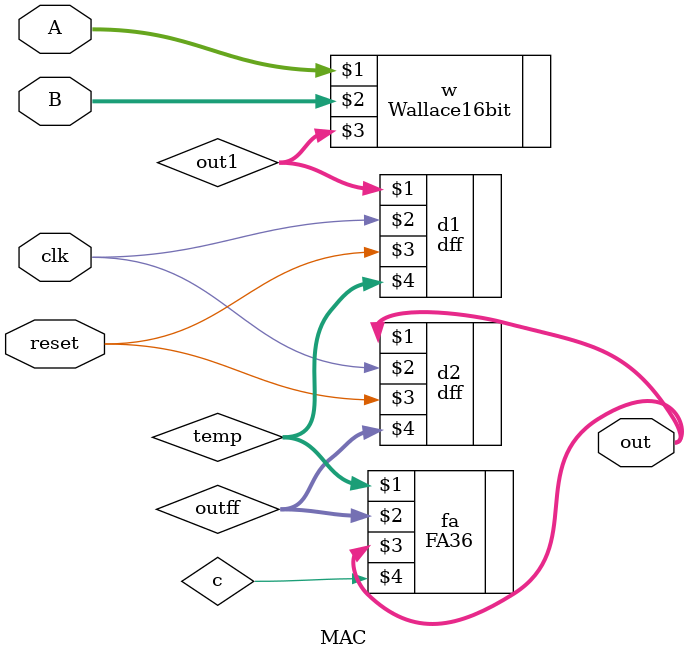
<source format=v>
`include "Wallace16bit.v"
`include "dff.v"
module MAC(A,B,out,clk,reset);

	input [15:0] A,B;
	input clk,reset;
	output [35:0] out;

	wire [35:0] out1,temp;
	Wallace16bit w(A,B,out1);

	dff d1 (out1,clk,reset,temp);

	wire [35:0] sumt,outff;
	wire c;

	FA36 fa (temp,outff,out,c);
	dff d2 (out,clk,reset,outff);

endmodule
</source>
